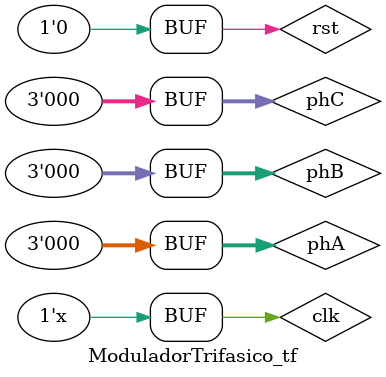
<source format=v>
`timescale 1ns / 1ps


module ModuladorTrifasico_tf;

	// Inputs
	reg clk;
	reg rst;
	reg [2:0] phA;
	reg [2:0] phB;
	reg [2:0] phC;

	// Outputs
	wire [5:0] outA;
	wire [5:0] outB;
	wire [5:0] outC;

	// Instantiate the Unit Under Test (UUT)
	ModuladorTrifasico uut (
		.clk(clk), 
		.rst(rst), 
		.PhA(phA), 
		.PhB(phB), 
		.PhC(phC), 
		.outA(outA), 
		.outB(outB), 
		.outC(outC)
	);

	initial begin
		// Initialize Inputs
		clk = 0;
		rst = 0;
		phA = 0;
		phB = 0;
		phC = 0;

		#10 rst = 1;
		#10 rst = 0;
		
		end

		always
		begin
			#10 clk = ~clk;
		end
      
endmodule


</source>
